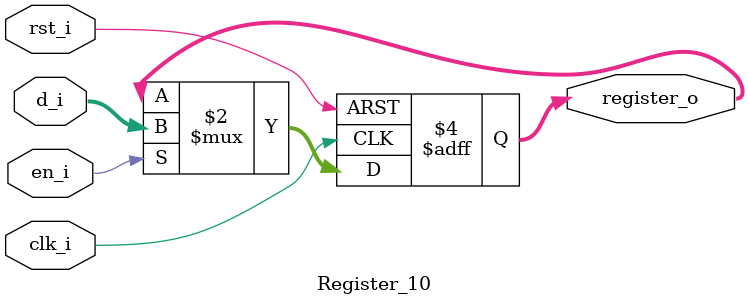
<source format=v>
`timescale 1ns / 1ps
module Register_10(
    input      [9:0] d_i,             //Ââîäèìûå 10 ñèãíàëîâ
    input            clk_i,           //Òàêòîâûé èìïóëüñ
    input            rst_i,           //Ñáðîñ ðåãèñòðà â 0
    input            en_i,            //Ñèãíàë íà ñ÷èòûâàíèå ââîäèìûõ ñèãíàëîâ
    output reg [9:0] register_o       //Âûâîä çíà÷åíèé, çàïîìèíàåìûõ ðåãèñòðîì
    );
  
  //Îáû÷íûé áëîê èç 10 D-òðèããåðîâ  
  always @(posedge clk_i or posedge rst_i) begin
      if (rst_i) register_o <= 0;
      else if (en_i) register_o <= d_i;
  end 
  
endmodule

</source>
